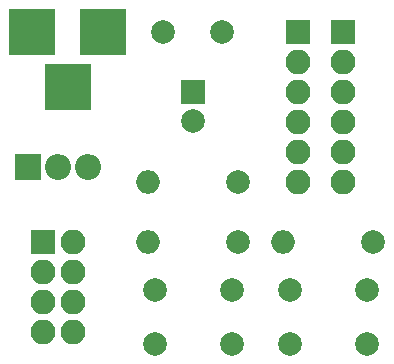
<source format=gbr>
G04 #@! TF.FileFunction,Soldermask,Bot*
%FSLAX46Y46*%
G04 Gerber Fmt 4.6, Leading zero omitted, Abs format (unit mm)*
G04 Created by KiCad (PCBNEW 4.0.5+dfsg1-4~bpo8+1) date Tue Aug 29 22:55:19 2017*
%MOMM*%
%LPD*%
G01*
G04 APERTURE LIST*
%ADD10C,0.100000*%
%ADD11R,2.000000X2.000000*%
%ADD12C,2.000000*%
%ADD13R,3.900000X3.900000*%
%ADD14R,2.100000X2.100000*%
%ADD15O,2.100000X2.100000*%
%ADD16O,2.000000X2.000000*%
%ADD17R,2.200000X2.200000*%
%ADD18O,2.200000X2.200000*%
G04 APERTURE END LIST*
D10*
D11*
X149860000Y-81280000D03*
D12*
X149860000Y-83780000D03*
D13*
X142240000Y-76200000D03*
X136240000Y-76200000D03*
X139240000Y-80900000D03*
D14*
X137160000Y-93980000D03*
D15*
X139700000Y-93980000D03*
X137160000Y-96520000D03*
X139700000Y-96520000D03*
X137160000Y-99060000D03*
X139700000Y-99060000D03*
X137160000Y-101600000D03*
X139700000Y-101600000D03*
D12*
X153670000Y-88900000D03*
D16*
X146050000Y-88900000D03*
D12*
X165100000Y-93980000D03*
D16*
X157480000Y-93980000D03*
D12*
X153670000Y-93980000D03*
D16*
X146050000Y-93980000D03*
D12*
X153110000Y-102580000D03*
X153110000Y-98080000D03*
X146610000Y-102580000D03*
X146610000Y-98080000D03*
X164540000Y-102580000D03*
X164540000Y-98080000D03*
X158040000Y-102580000D03*
X158040000Y-98080000D03*
D17*
X135890000Y-87630000D03*
D18*
X138430000Y-87630000D03*
X140970000Y-87630000D03*
D12*
X147320000Y-76200000D03*
X152320000Y-76200000D03*
D14*
X158750000Y-76200000D03*
D15*
X158750000Y-78740000D03*
X158750000Y-81280000D03*
X158750000Y-83820000D03*
X158750000Y-86360000D03*
X158750000Y-88900000D03*
D14*
X162560000Y-76200000D03*
D15*
X162560000Y-78740000D03*
X162560000Y-81280000D03*
X162560000Y-83820000D03*
X162560000Y-86360000D03*
X162560000Y-88900000D03*
M02*

</source>
